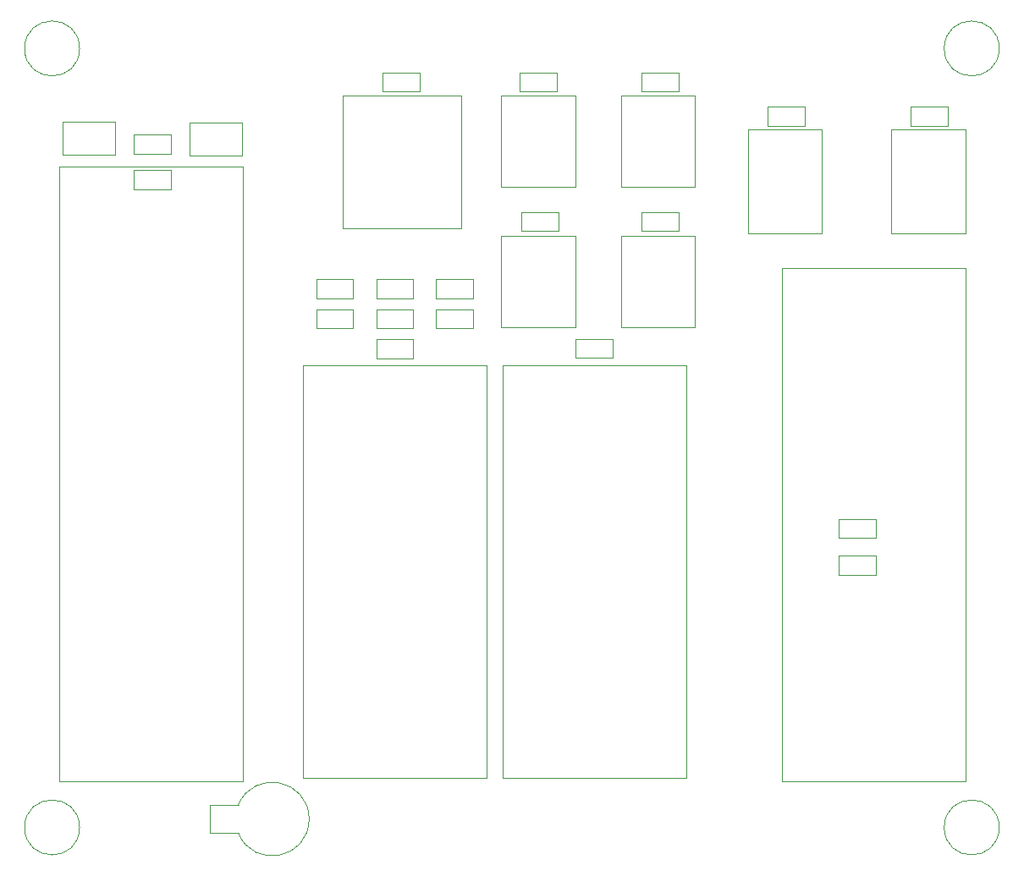
<source format=gbr>
G04 #@! TF.GenerationSoftware,KiCad,Pcbnew,(5.1.2-1)-1*
G04 #@! TF.CreationDate,2020-04-08T11:54:09+01:00*
G04 #@! TF.ProjectId,tranZPUter-SW,7472616e-5a50-4557-9465-722d53572e6b,rev?*
G04 #@! TF.SameCoordinates,Original*
G04 #@! TF.FileFunction,Other,User*
%FSLAX46Y46*%
G04 Gerber Fmt 4.6, Leading zero omitted, Abs format (unit mm)*
G04 Created by KiCad (PCBNEW (5.1.2-1)-1) date 2020-04-08 11:54:09*
%MOMM*%
%LPD*%
G04 APERTURE LIST*
%ADD10C,0.050000*%
G04 APERTURE END LIST*
D10*
X147435000Y-99733000D02*
X129085000Y-99733000D01*
X147435000Y-141033000D02*
X147435000Y-99733000D01*
X129085000Y-141033000D02*
X147435000Y-141033000D01*
X129085000Y-99733000D02*
X129085000Y-141033000D01*
X122622421Y-146564457D02*
G75*
G03X122621000Y-143761000I3408579J1403457D01*
G01*
X122621000Y-146561000D02*
X119781000Y-146561000D01*
X119781000Y-146561000D02*
X119781000Y-143761000D01*
X119781000Y-143761000D02*
X122621000Y-143761000D01*
X198750000Y-146000000D02*
G75*
G03X198750000Y-146000000I-2750000J0D01*
G01*
X106750000Y-68000000D02*
G75*
G03X106750000Y-68000000I-2750000J0D01*
G01*
X198750000Y-68000000D02*
G75*
G03X198750000Y-68000000I-2750000J0D01*
G01*
X106750000Y-146000000D02*
G75*
G03X106750000Y-146000000I-2750000J0D01*
G01*
X105076000Y-75312000D02*
X110316000Y-75312000D01*
X105076000Y-78612000D02*
X105076000Y-75312000D01*
X110316000Y-78612000D02*
X105076000Y-78612000D01*
X110316000Y-75312000D02*
X110316000Y-78612000D01*
X117776000Y-75439000D02*
X123016000Y-75439000D01*
X117776000Y-78739000D02*
X117776000Y-75439000D01*
X123016000Y-78739000D02*
X117776000Y-78739000D01*
X123016000Y-75439000D02*
X123016000Y-78739000D01*
X112196000Y-76647000D02*
X115896000Y-76647000D01*
X112196000Y-78547000D02*
X112196000Y-76647000D01*
X115896000Y-78547000D02*
X112196000Y-78547000D01*
X115896000Y-76647000D02*
X115896000Y-78547000D01*
X123099000Y-79807000D02*
X104749000Y-79807000D01*
X123099000Y-141407000D02*
X123099000Y-79807000D01*
X104749000Y-141407000D02*
X123099000Y-141407000D01*
X104749000Y-79807000D02*
X104749000Y-141407000D01*
X180992000Y-76133000D02*
X173592000Y-76133000D01*
X180992000Y-86533000D02*
X180992000Y-76133000D01*
X173592000Y-86533000D02*
X180992000Y-86533000D01*
X173592000Y-76133000D02*
X173592000Y-86533000D01*
X195373000Y-76133000D02*
X187973000Y-76133000D01*
X195373000Y-86533000D02*
X195373000Y-76133000D01*
X187973000Y-86533000D02*
X195373000Y-86533000D01*
X187973000Y-76133000D02*
X187973000Y-86533000D01*
X156335000Y-72701000D02*
X148935000Y-72701000D01*
X156335000Y-81861000D02*
X156335000Y-72701000D01*
X148935000Y-81861000D02*
X156335000Y-81861000D01*
X148935000Y-72701000D02*
X148935000Y-81861000D01*
X167435000Y-99733000D02*
X149085000Y-99733000D01*
X167435000Y-141033000D02*
X167435000Y-99733000D01*
X149085000Y-141033000D02*
X167435000Y-141033000D01*
X149085000Y-99733000D02*
X149085000Y-141033000D01*
X168335000Y-72701000D02*
X160935000Y-72701000D01*
X168335000Y-81861000D02*
X168335000Y-72701000D01*
X160935000Y-81861000D02*
X168335000Y-81861000D01*
X160935000Y-72701000D02*
X160935000Y-81861000D01*
X144917000Y-72731000D02*
X133057000Y-72731000D01*
X144917000Y-86031000D02*
X144917000Y-72731000D01*
X133057000Y-86031000D02*
X144917000Y-86031000D01*
X133057000Y-72731000D02*
X133057000Y-86031000D01*
X168335000Y-86753000D02*
X160935000Y-86753000D01*
X168335000Y-95913000D02*
X168335000Y-86753000D01*
X160935000Y-95913000D02*
X168335000Y-95913000D01*
X160935000Y-86753000D02*
X160935000Y-95913000D01*
X195362000Y-89967000D02*
X177012000Y-89967000D01*
X195362000Y-141417000D02*
X195362000Y-89967000D01*
X177012000Y-141417000D02*
X195362000Y-141417000D01*
X177012000Y-89967000D02*
X177012000Y-141417000D01*
X156335000Y-86753000D02*
X148935000Y-86753000D01*
X156335000Y-95913000D02*
X156335000Y-86753000D01*
X148935000Y-95913000D02*
X156335000Y-95913000D01*
X148935000Y-86753000D02*
X148935000Y-95913000D01*
X146120000Y-96029000D02*
X142420000Y-96029000D01*
X146120000Y-94129000D02*
X146120000Y-96029000D01*
X142420000Y-94129000D02*
X146120000Y-94129000D01*
X142420000Y-96029000D02*
X142420000Y-94129000D01*
X146120000Y-93029000D02*
X142420000Y-93029000D01*
X146120000Y-91129000D02*
X146120000Y-93029000D01*
X142420000Y-91129000D02*
X146120000Y-91129000D01*
X142420000Y-93029000D02*
X142420000Y-91129000D01*
X140120000Y-96029000D02*
X136420000Y-96029000D01*
X140120000Y-94129000D02*
X140120000Y-96029000D01*
X136420000Y-94129000D02*
X140120000Y-94129000D01*
X136420000Y-96029000D02*
X136420000Y-94129000D01*
X140120000Y-93029000D02*
X136420000Y-93029000D01*
X140120000Y-91129000D02*
X140120000Y-93029000D01*
X136420000Y-91129000D02*
X140120000Y-91129000D01*
X136420000Y-93029000D02*
X136420000Y-91129000D01*
X134120000Y-96029000D02*
X130420000Y-96029000D01*
X134120000Y-94129000D02*
X134120000Y-96029000D01*
X130420000Y-94129000D02*
X134120000Y-94129000D01*
X130420000Y-96029000D02*
X130420000Y-94129000D01*
X134120000Y-93029000D02*
X130420000Y-93029000D01*
X134120000Y-91129000D02*
X134120000Y-93029000D01*
X130420000Y-91129000D02*
X134120000Y-91129000D01*
X130420000Y-93029000D02*
X130420000Y-91129000D01*
X115896000Y-82103000D02*
X112196000Y-82103000D01*
X115896000Y-80203000D02*
X115896000Y-82103000D01*
X112196000Y-80203000D02*
X115896000Y-80203000D01*
X112196000Y-82103000D02*
X112196000Y-80203000D01*
X179269000Y-75753000D02*
X175569000Y-75753000D01*
X179269000Y-73853000D02*
X179269000Y-75753000D01*
X175569000Y-73853000D02*
X179269000Y-73853000D01*
X175569000Y-75753000D02*
X175569000Y-73853000D01*
X193629000Y-75753000D02*
X189929000Y-75753000D01*
X193629000Y-73853000D02*
X193629000Y-75753000D01*
X189929000Y-73853000D02*
X193629000Y-73853000D01*
X189929000Y-75753000D02*
X189929000Y-73853000D01*
X160092000Y-98994000D02*
X156392000Y-98994000D01*
X160092000Y-97094000D02*
X160092000Y-98994000D01*
X156392000Y-97094000D02*
X160092000Y-97094000D01*
X156392000Y-98994000D02*
X156392000Y-97094000D01*
X182681000Y-118811000D02*
X186381000Y-118811000D01*
X182681000Y-120711000D02*
X182681000Y-118811000D01*
X186381000Y-120711000D02*
X182681000Y-120711000D01*
X186381000Y-118811000D02*
X186381000Y-120711000D01*
X154504000Y-72324000D02*
X150804000Y-72324000D01*
X154504000Y-70424000D02*
X154504000Y-72324000D01*
X150804000Y-70424000D02*
X154504000Y-70424000D01*
X150804000Y-72324000D02*
X150804000Y-70424000D01*
X140788000Y-72324000D02*
X137088000Y-72324000D01*
X140788000Y-70424000D02*
X140788000Y-72324000D01*
X137088000Y-70424000D02*
X140788000Y-70424000D01*
X137088000Y-72324000D02*
X137088000Y-70424000D01*
X166696000Y-72324000D02*
X162996000Y-72324000D01*
X166696000Y-70424000D02*
X166696000Y-72324000D01*
X162996000Y-70424000D02*
X166696000Y-70424000D01*
X162996000Y-72324000D02*
X162996000Y-70424000D01*
X182681000Y-115128000D02*
X186381000Y-115128000D01*
X182681000Y-117028000D02*
X182681000Y-115128000D01*
X186381000Y-117028000D02*
X182681000Y-117028000D01*
X186381000Y-115128000D02*
X186381000Y-117028000D01*
X166696000Y-86283000D02*
X162996000Y-86283000D01*
X166696000Y-84383000D02*
X166696000Y-86283000D01*
X162996000Y-84383000D02*
X166696000Y-84383000D01*
X162996000Y-86283000D02*
X162996000Y-84383000D01*
X140120000Y-99029000D02*
X136420000Y-99029000D01*
X140120000Y-97129000D02*
X140120000Y-99029000D01*
X136420000Y-97129000D02*
X140120000Y-97129000D01*
X136420000Y-99029000D02*
X136420000Y-97129000D01*
X154631000Y-86283000D02*
X150931000Y-86283000D01*
X154631000Y-84383000D02*
X154631000Y-86283000D01*
X150931000Y-84383000D02*
X154631000Y-84383000D01*
X150931000Y-86283000D02*
X150931000Y-84383000D01*
M02*

</source>
